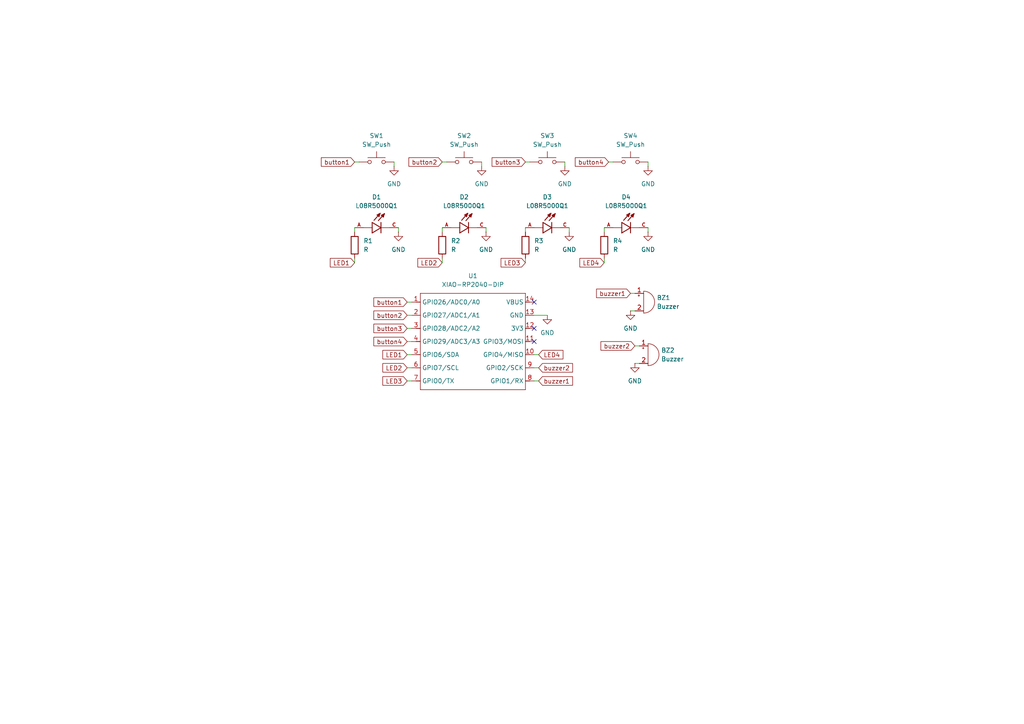
<source format=kicad_sch>
(kicad_sch (version 20250114) (generator "eeschema") (generator_version "9.0")
  (paper "A4")
  (lib_symbols
    (symbol "Device:Buzzer" (pin_names (offset 0.0254) (hide yes))
      (property "Reference" "BZ" (at 3.81 1.27 0))
      (property "Value" "Buzzer" (at 3.81 -1.27 0))
      (symbol "Buzzer_0_1"
        (polyline (pts (xy -1.651 1.905) (xy -1.143 1.905)))
        (polyline (pts (xy -1.397 2.159) (xy -1.397 1.651)))
        (arc (start 0 3.175) (mid 3.1612 0) (end 0 -3.175))
        (polyline (pts (xy 0 3.175) (xy 0 -3.175)))
      )
      (symbol "Buzzer_1_1"
        (pin passive line (at -2.54 2.54 0) (length 2.54) (name "+") (number "1"))
        (pin passive line (at -2.54 -2.54 0) (length 2.54) (name "-") (number "2"))
      )
    )
    (symbol "Device:R" (pin_numbers (hide yes)) (pin_names (offset 0))
      (property "Reference" "R" (at 2.032 0 90))
      (property "Value" "R" (at 0 0 90))
      (symbol "R_0_1"
        (rectangle (start -1.016 -2.54) (end 1.016 2.54) (stroke (width 0.254)))
      )
      (symbol "R_1_1"
        (pin passive line (at 0 3.81 270) (length 1.27) (name "~") (number "1"))
        (pin passive line (at 0 -3.81 90) (length 1.27) (name "~") (number "2"))
      )
    )
    (symbol "L08R5000Q1:L08R5000Q1" (pin_names (offset 1.016))
      (property "Reference" "D" (at -3.0988 4.4958 0))
      (property "Value" "L08R5000Q1" (at -3.556 -3.302 0))
      (symbol "L08R5000Q1_0_0"
        (polyline (pts (xy -2.54 1.524) (xy -2.54 0)) (stroke (width 0.254)))
        (polyline (pts (xy -2.54 0) (xy -5.08 0)) (stroke (width 0.1524)))
        (polyline (pts (xy -2.54 0) (xy -2.54 -1.524)) (stroke (width 0.254)))
        (polyline (pts (xy -2.54 -1.524) (xy 0 0)) (stroke (width 0.254)))
        (polyline (pts (xy -1.1176 3.683) (xy -0.2286 4.1656)) (stroke (width 0.254)))
        (polyline (pts (xy -0.9398 3.6068) (xy -0.7112 3.7592)) (stroke (width 0.254)))
        (polyline (pts (xy -0.5588 3.2004) (xy -1.1176 3.683)) (stroke (width 0.254)))
        (polyline (pts (xy -0.5588 3.2004) (xy -0.5334 3.937)) (stroke (width 0.254)))
        (polyline (pts (xy -0.5334 3.937) (xy -0.6604 3.937)) (stroke (width 0.254)))
        (polyline (pts (xy -0.2286 4.1656) (xy -2.0066 2.1336)) (stroke (width 0.254)))
        (polyline (pts (xy -0.2286 4.1656) (xy -0.5588 3.2004)) (stroke (width 0.254)))
        (polyline (pts (xy 0 1.524) (xy 0 0)) (stroke (width 0.254)))
        (polyline (pts (xy 0 0) (xy -2.54 1.524)) (stroke (width 0.254)))
        (polyline (pts (xy 0 0) (xy 0 -1.524)) (stroke (width 0.254)))
        (polyline (pts (xy 0.127 3.5814) (xy 1.016 4.064)) (stroke (width 0.254)))
        (polyline (pts (xy 0.3048 3.5052) (xy 0.5334 3.6576)) (stroke (width 0.254)))
        (polyline (pts (xy 0.6858 3.0988) (xy 0.127 3.5814)) (stroke (width 0.254)))
        (polyline (pts (xy 0.6858 3.0988) (xy 0.7112 3.8354)) (stroke (width 0.254)))
        (polyline (pts (xy 0.7112 3.8354) (xy 0.5842 3.8354)) (stroke (width 0.254)))
        (polyline (pts (xy 1.016 4.064) (xy -0.762 2.032)) (stroke (width 0.254)))
        (polyline (pts (xy 1.016 4.064) (xy 0.6858 3.0988)) (stroke (width 0.254)))
        (polyline (pts (xy 2.54 0) (xy 0 0)) (stroke (width 0.1524)))
        (pin passive line (at -7.62 0 0) (length 2.54) (name "~") (number "A"))
        (pin passive line (at 5.08 0 180) (length 2.54) (name "~") (number "C"))
      )
    )
    (symbol "Seeed_Studio_XIAO_Series:XIAO-RP2040-DIP"
      (property "Reference" "U" (at 0 0 0))
      (property "Value" "XIAO-RP2040-DIP" (at 5.334 -1.778 0))
      (symbol "XIAO-RP2040-DIP_1_0"
        (polyline (pts (xy -1.27 -2.54) (xy 29.21 -2.54)) (stroke (width 0.1524)))
        (polyline (pts (xy -1.27 -5.08) (xy -2.54 -5.08)) (stroke (width 0.1524)))
        (polyline (pts (xy -1.27 -5.08) (xy -1.27 -2.54)) (stroke (width 0.1524)))
        (polyline (pts (xy -1.27 -8.89) (xy -2.54 -8.89)) (stroke (width 0.1524)))
        (polyline (pts (xy -1.27 -8.89) (xy -1.27 -5.08)) (stroke (width 0.1524)))
        (polyline (pts (xy -1.27 -12.7) (xy -2.54 -12.7)) (stroke (width 0.1524)))
        (polyline (pts (xy -1.27 -12.7) (xy -1.27 -8.89)) (stroke (width 0.1524)))
        (polyline (pts (xy -1.27 -16.51) (xy -2.54 -16.51)) (stroke (width 0.1524)))
        (polyline (pts (xy -1.27 -16.51) (xy -1.27 -12.7)) (stroke (width 0.1524)))
        (polyline (pts (xy -1.27 -20.32) (xy -2.54 -20.32)) (stroke (width 0.1524)))
        (polyline (pts (xy -1.27 -24.13) (xy -2.54 -24.13)) (stroke (width 0.1524)))
        (polyline (pts (xy -1.27 -27.94) (xy -2.54 -27.94)) (stroke (width 0.1524)))
        (polyline (pts (xy -1.27 -30.48) (xy -1.27 -16.51)) (stroke (width 0.1524)))
        (polyline (pts (xy 29.21 -2.54) (xy 29.21 -5.08)) (stroke (width 0.1524)))
        (polyline (pts (xy 29.21 -5.08) (xy 29.21 -8.89)) (stroke (width 0.1524)))
        (polyline (pts (xy 29.21 -8.89) (xy 29.21 -12.7)) (stroke (width 0.1524)))
        (polyline (pts (xy 29.21 -12.7) (xy 29.21 -30.48)) (stroke (width 0.1524)))
        (polyline (pts (xy 29.21 -30.48) (xy -1.27 -30.48)) (stroke (width 0.1524)))
        (polyline (pts (xy 30.48 -5.08) (xy 29.21 -5.08)) (stroke (width 0.1524)))
        (polyline (pts (xy 30.48 -8.89) (xy 29.21 -8.89)) (stroke (width 0.1524)))
        (polyline (pts (xy 30.48 -12.7) (xy 29.21 -12.7)) (stroke (width 0.1524)))
        (polyline (pts (xy 30.48 -16.51) (xy 29.21 -16.51)) (stroke (width 0.1524)))
        (polyline (pts (xy 30.48 -20.32) (xy 29.21 -20.32)) (stroke (width 0.1524)))
        (polyline (pts (xy 30.48 -24.13) (xy 29.21 -24.13)) (stroke (width 0.1524)))
        (polyline (pts (xy 30.48 -27.94) (xy 29.21 -27.94)) (stroke (width 0.1524)))
        (pin passive line (at -3.81 -5.08 0) (length 2.54) (name "GPIO26/ADC0/A0") (number "1"))
        (pin passive line (at -3.81 -8.89 0) (length 2.54) (name "GPIO27/ADC1/A1") (number "2"))
        (pin passive line (at -3.81 -12.7 0) (length 2.54) (name "GPIO28/ADC2/A2") (number "3"))
        (pin passive line (at -3.81 -16.51 0) (length 2.54) (name "GPIO29/ADC3/A3") (number "4"))
        (pin passive line (at -3.81 -20.32 0) (length 2.54) (name "GPIO6/SDA") (number "5"))
        (pin passive line (at -3.81 -24.13 0) (length 2.54) (name "GPIO7/SCL") (number "6"))
        (pin passive line (at -3.81 -27.94 0) (length 2.54) (name "GPIO0/TX") (number "7"))
        (pin passive line (at 31.75 -5.08 180) (length 2.54) (name "VBUS") (number "14"))
        (pin passive line (at 31.75 -8.89 180) (length 2.54) (name "GND") (number "13"))
        (pin passive line (at 31.75 -12.7 180) (length 2.54) (name "3V3") (number "12"))
        (pin passive line (at 31.75 -16.51 180) (length 2.54) (name "GPIO3/MOSI") (number "11"))
        (pin passive line (at 31.75 -20.32 180) (length 2.54) (name "GPIO4/MISO") (number "10"))
        (pin passive line (at 31.75 -24.13 180) (length 2.54) (name "GPIO2/SCK") (number "9"))
        (pin passive line (at 31.75 -27.94 180) (length 2.54) (name "GPIO1/RX") (number "8"))
      )
    )
    (symbol "Switch:SW_Push" (pin_numbers (hide yes)) (pin_names (offset 1.016) (hide yes))
      (property "Reference" "SW" (at 1.27 2.54 0))
      (property "Value" "SW_Push" (at 0 -1.524 0))
      (symbol "SW_Push_0_1"
        (circle (center -2.032 0) (radius 0.508))
        (polyline (pts (xy 0 1.27) (xy 0 3.048)))
        (circle (center 2.032 0) (radius 0.508))
        (polyline (pts (xy 2.54 1.27) (xy -2.54 1.27)))
        (pin passive line (at -5.08 0 0) (length 2.54) (name "1") (number "1"))
        (pin passive line (at 5.08 0 180) (length 2.54) (name "2") (number "2"))
      )
    )
    (symbol "power:GND" (power) (pin_numbers (hide yes)) (pin_names (offset 0) (hide yes))
      (property "Value" "GND" (at 0 -3.81 0))
      (symbol "GND_0_1"
        (polyline (pts (xy 0 0) (xy 0 -1.27) (xy 1.27 -1.27) (xy 0 -2.54) (xy -1.27 -1.27) (xy 0 -1.27)))
      )
      (symbol "GND_1_1"
        (pin power_in line (at 0 0 270) (length 0) (name "~") (number "1"))
      )
    )
  )
  (no_connect (at 154.94 87.63))
  (no_connect (at 154.94 95.25))
  (no_connect (at 154.94 99.06))
  (wire (pts (xy 154.94 110.49) (xy 156.21 110.49)))
  (wire (pts (xy 128.27 46.99) (xy 129.54 46.99)))
  (wire (pts (xy 118.11 106.68) (xy 119.38 106.68)))
  (wire (pts (xy 184.15 100.33) (xy 185.42 100.33)))
  (wire (pts (xy 163.83 46.99) (xy 163.83 48.26)))
  (wire (pts (xy 187.96 46.99) (xy 187.96 48.26)))
  (wire (pts (xy 152.4 46.99) (xy 153.67 46.99)))
  (wire (pts (xy 118.11 102.87) (xy 119.38 102.87)))
  (wire (pts (xy 139.7 46.99) (xy 139.7 48.26)))
  (wire (pts (xy 118.11 99.06) (xy 119.38 99.06)))
  (wire (pts (xy 128.27 74.93) (xy 128.27 76.2)))
  (wire (pts (xy 165.1 66.04) (xy 165.1 67.31)))
  (wire (pts (xy 187.96 66.04) (xy 187.96 67.31)))
  (wire (pts (xy 118.11 91.44) (xy 119.38 91.44)))
  (wire (pts (xy 140.97 66.04) (xy 140.97 67.31)))
  (wire (pts (xy 175.26 74.93) (xy 175.26 76.2)))
  (wire (pts (xy 175.26 66.04) (xy 175.26 67.31)))
  (wire (pts (xy 176.53 46.99) (xy 177.8 46.99)))
  (wire (pts (xy 102.87 67.31) (xy 102.87 66.04)))
  (wire (pts (xy 102.87 74.93) (xy 102.87 76.2)))
  (wire (pts (xy 152.4 66.04) (xy 152.4 67.31)))
  (wire (pts (xy 182.88 90.17) (xy 184.15 90.17)))
  (wire (pts (xy 152.4 74.93) (xy 152.4 76.2)))
  (wire (pts (xy 182.88 85.09) (xy 184.15 85.09)))
  (wire (pts (xy 102.87 46.99) (xy 104.14 46.99)))
  (wire (pts (xy 118.11 95.25) (xy 119.38 95.25)))
  (wire (pts (xy 128.27 66.04) (xy 128.27 67.31)))
  (wire (pts (xy 154.94 106.68) (xy 156.21 106.68)))
  (wire (pts (xy 184.15 105.41) (xy 185.42 105.41)))
  (wire (pts (xy 115.57 66.04) (xy 115.57 67.31)))
  (wire (pts (xy 154.94 91.44) (xy 158.75 91.44)))
  (wire (pts (xy 154.94 102.87) (xy 156.21 102.87)))
  (wire (pts (xy 114.3 46.99) (xy 114.3 48.26)))
  (wire (pts (xy 118.11 110.49) (xy 119.38 110.49)))
  (wire (pts (xy 118.11 87.63) (xy 119.38 87.63)))
  (global_label "buzzer1" (shape input) (at 156.21 110.49 0) (property "Intersheetrefs" "${INTERSHEET_REFS}" (effects (hide yes))))
  (global_label "LED4" (shape input) (at 156.21 102.87 0) (property "Intersheetrefs" "${INTERSHEET_REFS}" (effects (hide yes))))
  (global_label "LED1" (shape input) (at 118.11 102.87 180) (property "Intersheetrefs" "${INTERSHEET_REFS}" (effects (hide yes))))
  (global_label "button2" (shape input) (at 128.27 46.99 180) (property "Intersheetrefs" "${INTERSHEET_REFS}" (effects (hide yes))))
  (global_label "button4" (shape input) (at 118.11 99.06 180) (property "Intersheetrefs" "${INTERSHEET_REFS}" (effects (hide yes))))
  (global_label "button3" (shape input) (at 152.4 46.99 180) (property "Intersheetrefs" "${INTERSHEET_REFS}" (effects (hide yes))))
  (global_label "LED1" (shape input) (at 102.87 76.2 180) (property "Intersheetrefs" "${INTERSHEET_REFS}" (effects (hide yes))))
  (global_label "LED3" (shape input) (at 118.11 110.49 180) (property "Intersheetrefs" "${INTERSHEET_REFS}" (effects (hide yes))))
  (global_label "LED2" (shape input) (at 128.27 76.2 180) (property "Intersheetrefs" "${INTERSHEET_REFS}" (effects (hide yes))))
  (global_label "button1" (shape input) (at 102.87 46.99 180) (property "Intersheetrefs" "${INTERSHEET_REFS}" (effects (hide yes))))
  (global_label "buzzer2" (shape input) (at 156.21 106.68 0) (property "Intersheetrefs" "${INTERSHEET_REFS}" (effects (hide yes))))
  (global_label "LED2" (shape input) (at 118.11 106.68 180) (property "Intersheetrefs" "${INTERSHEET_REFS}" (effects (hide yes))))
  (global_label "button2" (shape input) (at 118.11 91.44 180) (property "Intersheetrefs" "${INTERSHEET_REFS}" (effects (hide yes))))
  (global_label "button1" (shape input) (at 118.11 87.63 180) (property "Intersheetrefs" "${INTERSHEET_REFS}" (effects (hide yes))))
  (global_label "buzzer2" (shape input) (at 184.15 100.33 180) (property "Intersheetrefs" "${INTERSHEET_REFS}" (effects (hide yes))))
  (global_label "button4" (shape input) (at 176.53 46.99 180) (property "Intersheetrefs" "${INTERSHEET_REFS}" (effects (hide yes))))
  (global_label "button3" (shape input) (at 118.11 95.25 180) (property "Intersheetrefs" "${INTERSHEET_REFS}" (effects (hide yes))))
  (global_label "LED3" (shape input) (at 152.4 76.2 180) (property "Intersheetrefs" "${INTERSHEET_REFS}" (effects (hide yes))))
  (global_label "buzzer1" (shape input) (at 182.88 85.09 180) (property "Intersheetrefs" "${INTERSHEET_REFS}" (effects (hide yes))))
  (global_label "LED4" (shape input) (at 175.26 76.2 180) (property "Intersheetrefs" "${INTERSHEET_REFS}" (effects (hide yes))))
  (symbol (lib_id "power:GND") (at 114.3 48.26 0) (unit 1)
    (property "Reference" "#PWR01" (effects (hide yes)))
    (property "Value" "GND" (at 114.3 53.34 0))
    (property "Description" "Power symbol creates a global label with name \"GND\" , ground" (effects (hide yes)))
  )
  (symbol (lib_id "power:GND") (at 115.57 67.31 0) (unit 1)
    (property "Reference" "#PWR06" (effects (hide yes)))
    (property "Value" "GND" (at 115.57 72.39 0))
    (property "Description" "Power symbol creates a global label with name \"GND\" , ground" (effects (hide yes)))
  )
  (symbol (lib_id "Switch:SW_Push") (at 158.75 46.99 0) (unit 1)
    (property "Reference" "SW3" (at 158.75 39.37 0))
    (property "Value" "SW_Push" (at 158.75 41.91 0))
    (property "Footprint" "Button_Switch_Keyboard:SW_Cherry_MX_1.00u_PCB" (effects (hide yes)))
    (property "Description" "Push button switch, generic, two pins" (effects (hide yes)))
  )
  (symbol (lib_id "power:GND") (at 184.15 105.41 0) (unit 1)
    (property "Reference" "#PWR010" (effects (hide yes)))
    (property "Value" "GND" (at 184.15 110.49 0))
    (property "Description" "Power symbol creates a global label with name \"GND\" , ground" (effects (hide yes)))
  )
  (symbol (lib_id "power:GND") (at 139.7 48.26 0) (unit 1)
    (property "Reference" "#PWR02" (effects (hide yes)))
    (property "Value" "GND" (at 139.7 53.34 0))
    (property "Description" "Power symbol creates a global label with name \"GND\" , ground" (effects (hide yes)))
  )
  (symbol (lib_id "Device:R") (at 152.4 71.12 0) (unit 1)
    (property "Reference" "R3" (at 154.94 69.8499 0) (effects (justify left)))
    (property "Value" "R" (at 154.94 72.3899 0) (effects (justify left)))
    (property "Footprint" "Resistor_THT:R_Axial_DIN0204_L3.6mm_D1.6mm_P5.08mm_Horizontal" (effects (hide yes)))
    (property "Description" "Resistor" (effects (hide yes)))
  )
  (symbol (lib_id "power:GND") (at 182.88 90.17 0) (unit 1)
    (property "Reference" "#PWR09" (effects (hide yes)))
    (property "Value" "GND" (at 182.88 95.25 0))
    (property "Description" "Power symbol creates a global label with name \"GND\" , ground" (effects (hide yes)))
  )
  (symbol (lib_id "Switch:SW_Push") (at 182.88 46.99 0) (unit 1)
    (property "Reference" "SW4" (at 182.88 39.37 0))
    (property "Value" "SW_Push" (at 182.88 41.91 0))
    (property "Footprint" "Button_Switch_Keyboard:SW_Cherry_MX_1.00u_PCB" (effects (hide yes)))
    (property "Description" "Push button switch, generic, two pins" (effects (hide yes)))
  )
  (symbol (lib_id "Switch:SW_Push") (at 134.62 46.99 0) (unit 1)
    (property "Reference" "SW2" (at 134.62 39.37 0))
    (property "Value" "SW_Push" (at 134.62 41.91 0))
    (property "Footprint" "Button_Switch_Keyboard:SW_Cherry_MX_1.00u_PCB" (effects (hide yes)))
    (property "Description" "Push button switch, generic, two pins" (effects (hide yes)))
  )
  (symbol (lib_id "Device:R") (at 175.26 71.12 0) (unit 1)
    (property "Reference" "R4" (at 177.8 69.8499 0) (effects (justify left)))
    (property "Value" "R" (at 177.8 72.3899 0) (effects (justify left)))
    (property "Footprint" "Resistor_THT:R_Axial_DIN0204_L3.6mm_D1.6mm_P5.08mm_Horizontal" (effects (hide yes)))
    (property "Description" "Resistor" (effects (hide yes)))
  )
  (symbol (lib_id "Device:R") (at 102.87 71.12 0) (unit 1)
    (property "Reference" "R1" (at 105.41 69.8499 0) (effects (justify left)))
    (property "Value" "R" (at 105.41 72.3899 0) (effects (justify left)))
    (property "Footprint" "Resistor_THT:R_Axial_DIN0204_L3.6mm_D1.6mm_P5.08mm_Horizontal" (effects (hide yes)))
    (property "Description" "Resistor" (effects (hide yes)))
  )
  (symbol (lib_id "power:GND") (at 187.96 48.26 0) (unit 1)
    (property "Reference" "#PWR08" (effects (hide yes)))
    (property "Value" "GND" (at 187.96 53.34 0))
    (property "Description" "Power symbol creates a global label with name \"GND\" , ground" (effects (hide yes)))
  )
  (symbol (lib_id "Seeed_Studio_XIAO_Series:XIAO-RP2040-DIP") (at 123.19 82.55 0) (unit 1)
    (property "Reference" "U1" (at 137.16 80.01 0))
    (property "Value" "XIAO-RP2040-DIP" (at 137.16 82.55 0))
    (property "Footprint" "footprints:XIAO-RP2040-DIP" (effects (hide yes)))
  )
  (symbol (lib_id "Switch:SW_Push") (at 109.22 46.99 0) (unit 1)
    (property "Reference" "SW1" (at 109.22 39.37 0))
    (property "Value" "SW_Push" (at 109.22 41.91 0))
    (property "Footprint" "Button_Switch_Keyboard:SW_Cherry_MX_1.00u_PCB" (effects (hide yes)))
    (property "Description" "Push button switch, generic, two pins" (effects (hide yes)))
  )
  (symbol (lib_id "L08R5000Q1:L08R5000Q1") (at 160.02 66.04 0) (unit 1)
    (property "Reference" "D3" (at 158.75 57.15 0))
    (property "Value" "L08R5000Q1" (at 158.75 59.69 0))
    (property "Footprint" "footprints:LEDRD254W57D500H1070" (effects (hide yes)))
    (property "MF" "LED Technology" (effects (hide yes)))
    (property "MAXIMUM_PACKAGE_HEIGHT" "10.7mm" (effects (hide yes)))
    (property "Package" "None" (effects (hide yes)))
    (property "Price" "None" (effects (hide yes)))
    (property "Check_prices" "https://www.snapeda.com/parts/L08R5000Q1/LED+Technology/view-part/?ref=eda" (effects (hide yes)))
    (property "STANDARD" "IPC-7351B" (effects (hide yes)))
    (property "PARTREV" "NA" (effects (hide yes)))
    (property "SnapEDA_Link" "https://www.snapeda.com/parts/L08R5000Q1/LED+Technology/view-part/?ref=snap" (effects (hide yes)))
    (property "MP" "L08R5000Q1" (effects (hide yes)))
    (property "Description_1" "LED, 5MM, ORANGE; LED / Lamp Size: 5mm / T-1 3/4; LED Colour: Orange; Typ Luminous Intensity: 4.3mcd; Viewing Angle: ..." (effects (hide yes)))
    (property "Availability" "Not in stock" (effects (hide yes)))
    (property "MANUFACTURER" "LED TECHNOLOGY" (effects (hide yes)))
  )
  (symbol (lib_id "power:GND") (at 163.83 48.26 0) (unit 1)
    (property "Reference" "#PWR03" (effects (hide yes)))
    (property "Value" "GND" (at 163.83 53.34 0))
    (property "Description" "Power symbol creates a global label with name \"GND\" , ground" (effects (hide yes)))
  )
  (symbol (lib_id "Device:R") (at 128.27 71.12 0) (unit 1)
    (property "Reference" "R2" (at 130.81 69.8499 0) (effects (justify left)))
    (property "Value" "R" (at 130.81 72.3899 0) (effects (justify left)))
    (property "Footprint" "Resistor_THT:R_Axial_DIN0204_L3.6mm_D1.6mm_P5.08mm_Horizontal" (effects (hide yes)))
    (property "Description" "Resistor" (effects (hide yes)))
  )
  (symbol (lib_id "power:GND") (at 140.97 67.31 0) (unit 1)
    (property "Reference" "#PWR05" (effects (hide yes)))
    (property "Value" "GND" (at 140.97 72.39 0))
    (property "Description" "Power symbol creates a global label with name \"GND\" , ground" (effects (hide yes)))
  )
  (symbol (lib_id "power:GND") (at 165.1 67.31 0) (unit 1)
    (property "Reference" "#PWR04" (effects (hide yes)))
    (property "Value" "GND" (at 165.1 72.39 0))
    (property "Description" "Power symbol creates a global label with name \"GND\" , ground" (effects (hide yes)))
  )
  (symbol (lib_id "L08R5000Q1:L08R5000Q1") (at 182.88 66.04 0) (unit 1)
    (property "Reference" "D4" (at 181.61 57.15 0))
    (property "Value" "L08R5000Q1" (at 181.61 59.69 0))
    (property "Footprint" "footprints:LEDRD254W57D500H1070" (effects (hide yes)))
    (property "MF" "LED Technology" (effects (hide yes)))
    (property "MAXIMUM_PACKAGE_HEIGHT" "10.7mm" (effects (hide yes)))
    (property "Package" "None" (effects (hide yes)))
    (property "Price" "None" (effects (hide yes)))
    (property "Check_prices" "https://www.snapeda.com/parts/L08R5000Q1/LED+Technology/view-part/?ref=eda" (effects (hide yes)))
    (property "STANDARD" "IPC-7351B" (effects (hide yes)))
    (property "PARTREV" "NA" (effects (hide yes)))
    (property "SnapEDA_Link" "https://www.snapeda.com/parts/L08R5000Q1/LED+Technology/view-part/?ref=snap" (effects (hide yes)))
    (property "MP" "L08R5000Q1" (effects (hide yes)))
    (property "Description_1" "LED, 5MM, ORANGE; LED / Lamp Size: 5mm / T-1 3/4; LED Colour: Orange; Typ Luminous Intensity: 4.3mcd; Viewing Angle: ..." (effects (hide yes)))
    (property "Availability" "Not in stock" (effects (hide yes)))
    (property "MANUFACTURER" "LED TECHNOLOGY" (effects (hide yes)))
  )
  (symbol (lib_id "Device:Buzzer") (at 187.96 102.87 0) (unit 1)
    (property "Reference" "BZ2" (at 191.77 101.5999 0) (effects (justify left)))
    (property "Value" "Buzzer" (at 191.77 104.1399 0) (effects (justify left)))
    (property "Footprint" "Buzzer_Beeper:Buzzer_12x9.5RM7.6" (effects (hide yes)))
    (property "Description" "Buzzer, polarized" (effects (hide yes)))
  )
  (symbol (lib_id "power:GND") (at 187.96 67.31 0) (mirror y) (unit 1)
    (property "Reference" "#PWR011" (effects (hide yes)))
    (property "Value" "GND" (at 187.96 72.39 0))
    (property "Description" "Power symbol creates a global label with name \"GND\" , ground" (effects (hide yes)))
  )
  (symbol (lib_id "Device:Buzzer") (at 186.69 87.63 0) (unit 1)
    (property "Reference" "BZ1" (at 190.5 86.3599 0) (effects (justify left)))
    (property "Value" "Buzzer" (at 190.5 88.8999 0) (effects (justify left)))
    (property "Footprint" "Buzzer_Beeper:Buzzer_12x9.5RM7.6" (effects (hide yes)))
    (property "Description" "Buzzer, polarized" (effects (hide yes)))
  )
  (symbol (lib_id "L08R5000Q1:L08R5000Q1") (at 135.89 66.04 0) (unit 1)
    (property "Reference" "D2" (at 134.62 57.15 0))
    (property "Value" "L08R5000Q1" (at 134.62 59.69 0))
    (property "Footprint" "footprints:LEDRD254W57D500H1070" (effects (hide yes)))
    (property "MF" "LED Technology" (effects (hide yes)))
    (property "MAXIMUM_PACKAGE_HEIGHT" "10.7mm" (effects (hide yes)))
    (property "Package" "None" (effects (hide yes)))
    (property "Price" "None" (effects (hide yes)))
    (property "Check_prices" "https://www.snapeda.com/parts/L08R5000Q1/LED+Technology/view-part/?ref=eda" (effects (hide yes)))
    (property "STANDARD" "IPC-7351B" (effects (hide yes)))
    (property "PARTREV" "NA" (effects (hide yes)))
    (property "SnapEDA_Link" "https://www.snapeda.com/parts/L08R5000Q1/LED+Technology/view-part/?ref=snap" (effects (hide yes)))
    (property "MP" "L08R5000Q1" (effects (hide yes)))
    (property "Description_1" "LED, 5MM, ORANGE; LED / Lamp Size: 5mm / T-1 3/4; LED Colour: Orange; Typ Luminous Intensity: 4.3mcd; Viewing Angle: ..." (effects (hide yes)))
    (property "Availability" "Not in stock" (effects (hide yes)))
    (property "MANUFACTURER" "LED TECHNOLOGY" (effects (hide yes)))
  )
  (symbol (lib_id "L08R5000Q1:L08R5000Q1") (at 110.49 66.04 0) (unit 1)
    (property "Reference" "D1" (at 109.22 57.15 0))
    (property "Value" "L08R5000Q1" (at 109.22 59.69 0))
    (property "Footprint" "footprints:LEDRD254W57D500H1070" (effects (hide yes)))
    (property "MF" "LED Technology" (effects (hide yes)))
    (property "MAXIMUM_PACKAGE_HEIGHT" "10.7mm" (effects (hide yes)))
    (property "Package" "None" (effects (hide yes)))
    (property "Price" "None" (effects (hide yes)))
    (property "Check_prices" "https://www.snapeda.com/parts/L08R5000Q1/LED+Technology/view-part/?ref=eda" (effects (hide yes)))
    (property "STANDARD" "IPC-7351B" (effects (hide yes)))
    (property "PARTREV" "NA" (effects (hide yes)))
    (property "SnapEDA_Link" "https://www.snapeda.com/parts/L08R5000Q1/LED+Technology/view-part/?ref=snap" (effects (hide yes)))
    (property "MP" "L08R5000Q1" (effects (hide yes)))
    (property "Description_1" "LED, 5MM, ORANGE; LED / Lamp Size: 5mm / T-1 3/4; LED Colour: Orange; Typ Luminous Intensity: 4.3mcd; Viewing Angle: ..." (effects (hide yes)))
    (property "Availability" "Not in stock" (effects (hide yes)))
    (property "MANUFACTURER" "LED TECHNOLOGY" (effects (hide yes)))
  )
  (symbol (lib_id "power:GND") (at 158.75 91.44 0) (unit 1)
    (property "Reference" "#PWR07" (effects (hide yes)))
    (property "Value" "GND" (at 158.75 96.52 0))
    (property "Description" "Power symbol creates a global label with name \"GND\" , ground" (effects (hide yes)))
  )
)
</source>
